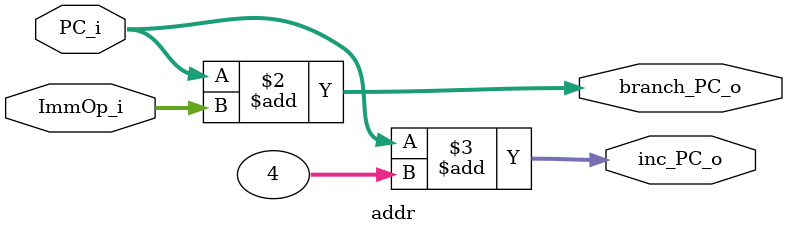
<source format=sv>
module addr #(
    parameter DATA_WIDTH = 32
)(
    input logic [DATA_WIDTH-1:0]        PC_i,
    input logic [DATA_WIDTH-1:0]        ImmOp_i,
    output logic [DATA_WIDTH-1:0]       branch_PC_o,
    output logic [DATA_WIDTH-1:0]       inc_PC_o
);
    always_comb begin
        branch_PC_o = PC_i + ImmOp_i;
        inc_PC_o    = PC_i + 'd4;
    end
      
endmodule

</source>
